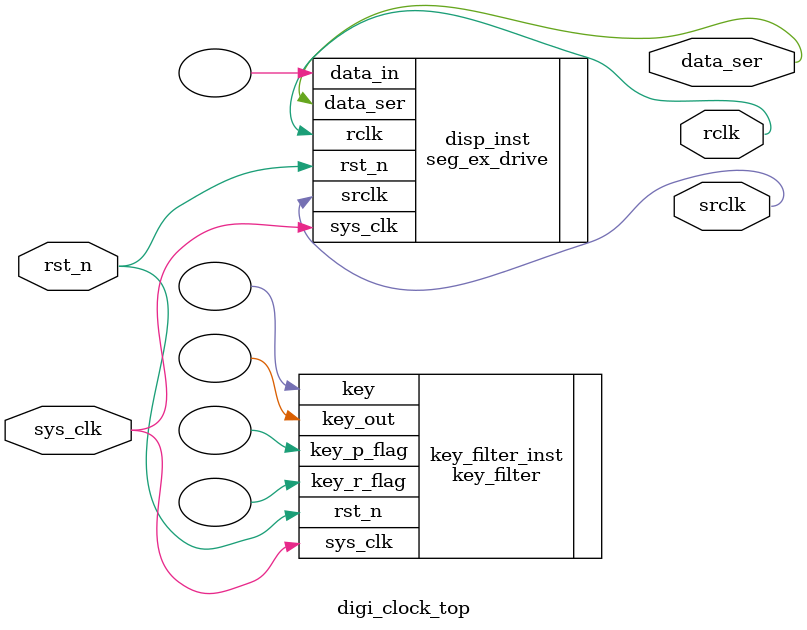
<source format=v>
`timescale 1ns / 1ps


module digi_clock_top(
    input sys_clk,
    input rst_n,
    output data_ser,            //595驱动数据数据输出
    output rclk,                //锁存时钟输出
    output srclk                //移位寄存时钟输出
    );


    seg_ex_drive disp_inst(
        .sys_clk(sys_clk),
        .rst_n(rst_n),
        .data_in(),
        .data_ser(data_ser),
        .rclk(rclk),
        .srclk(srclk)
    );

    key_filter key_filter_inst (
        .sys_clk(sys_clk),
        .rst_n(rst_n),
        .key(),
        .key_out(),
        .key_p_flag(),
        .key_r_flag()
    );
endmodule

</source>
